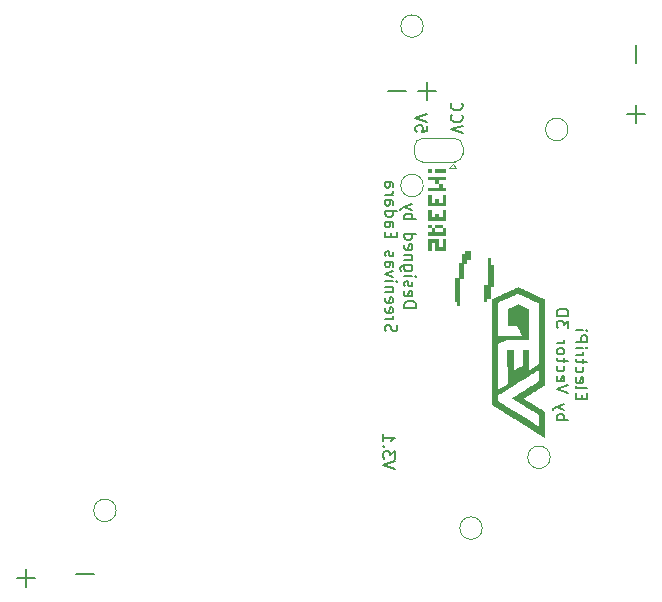
<source format=gbr>
%TF.GenerationSoftware,KiCad,Pcbnew,8.0.6*%
%TF.CreationDate,2024-12-15T12:06:58-06:00*%
%TF.ProjectId,ElectriPi,456c6563-7472-4695-9069-2e6b69636164,rev?*%
%TF.SameCoordinates,PX514cfd0PY31d4590*%
%TF.FileFunction,Legend,Bot*%
%TF.FilePolarity,Positive*%
%FSLAX46Y46*%
G04 Gerber Fmt 4.6, Leading zero omitted, Abs format (unit mm)*
G04 Created by KiCad (PCBNEW 8.0.6) date 2024-12-15 12:06:58*
%MOMM*%
%LPD*%
G01*
G04 APERTURE LIST*
%ADD10C,0.150000*%
%ADD11C,0.120000*%
%ADD12C,0.000000*%
G04 APERTURE END LIST*
D10*
X59123962Y-40804761D02*
X59123962Y-40471428D01*
X58600152Y-40328571D02*
X58600152Y-40804761D01*
X58600152Y-40804761D02*
X59600152Y-40804761D01*
X59600152Y-40804761D02*
X59600152Y-40328571D01*
X58600152Y-39757142D02*
X58647772Y-39852380D01*
X58647772Y-39852380D02*
X58743010Y-39899999D01*
X58743010Y-39899999D02*
X59600152Y-39899999D01*
X58647772Y-38995237D02*
X58600152Y-39090475D01*
X58600152Y-39090475D02*
X58600152Y-39280951D01*
X58600152Y-39280951D02*
X58647772Y-39376189D01*
X58647772Y-39376189D02*
X58743010Y-39423808D01*
X58743010Y-39423808D02*
X59123962Y-39423808D01*
X59123962Y-39423808D02*
X59219200Y-39376189D01*
X59219200Y-39376189D02*
X59266819Y-39280951D01*
X59266819Y-39280951D02*
X59266819Y-39090475D01*
X59266819Y-39090475D02*
X59219200Y-38995237D01*
X59219200Y-38995237D02*
X59123962Y-38947618D01*
X59123962Y-38947618D02*
X59028724Y-38947618D01*
X59028724Y-38947618D02*
X58933486Y-39423808D01*
X58647772Y-38090475D02*
X58600152Y-38185713D01*
X58600152Y-38185713D02*
X58600152Y-38376189D01*
X58600152Y-38376189D02*
X58647772Y-38471427D01*
X58647772Y-38471427D02*
X58695391Y-38519046D01*
X58695391Y-38519046D02*
X58790629Y-38566665D01*
X58790629Y-38566665D02*
X59076343Y-38566665D01*
X59076343Y-38566665D02*
X59171581Y-38519046D01*
X59171581Y-38519046D02*
X59219200Y-38471427D01*
X59219200Y-38471427D02*
X59266819Y-38376189D01*
X59266819Y-38376189D02*
X59266819Y-38185713D01*
X59266819Y-38185713D02*
X59219200Y-38090475D01*
X59266819Y-37804760D02*
X59266819Y-37423808D01*
X59600152Y-37661903D02*
X58743010Y-37661903D01*
X58743010Y-37661903D02*
X58647772Y-37614284D01*
X58647772Y-37614284D02*
X58600152Y-37519046D01*
X58600152Y-37519046D02*
X58600152Y-37423808D01*
X58600152Y-37090474D02*
X59266819Y-37090474D01*
X59076343Y-37090474D02*
X59171581Y-37042855D01*
X59171581Y-37042855D02*
X59219200Y-36995236D01*
X59219200Y-36995236D02*
X59266819Y-36899998D01*
X59266819Y-36899998D02*
X59266819Y-36804760D01*
X58600152Y-36471426D02*
X59266819Y-36471426D01*
X59600152Y-36471426D02*
X59552533Y-36519045D01*
X59552533Y-36519045D02*
X59504914Y-36471426D01*
X59504914Y-36471426D02*
X59552533Y-36423807D01*
X59552533Y-36423807D02*
X59600152Y-36471426D01*
X59600152Y-36471426D02*
X59504914Y-36471426D01*
X58600152Y-35995236D02*
X59600152Y-35995236D01*
X59600152Y-35995236D02*
X59600152Y-35614284D01*
X59600152Y-35614284D02*
X59552533Y-35519046D01*
X59552533Y-35519046D02*
X59504914Y-35471427D01*
X59504914Y-35471427D02*
X59409676Y-35423808D01*
X59409676Y-35423808D02*
X59266819Y-35423808D01*
X59266819Y-35423808D02*
X59171581Y-35471427D01*
X59171581Y-35471427D02*
X59123962Y-35519046D01*
X59123962Y-35519046D02*
X59076343Y-35614284D01*
X59076343Y-35614284D02*
X59076343Y-35995236D01*
X58600152Y-34995236D02*
X59266819Y-34995236D01*
X59600152Y-34995236D02*
X59552533Y-35042855D01*
X59552533Y-35042855D02*
X59504914Y-34995236D01*
X59504914Y-34995236D02*
X59552533Y-34947617D01*
X59552533Y-34947617D02*
X59600152Y-34995236D01*
X59600152Y-34995236D02*
X59504914Y-34995236D01*
X56990208Y-42566667D02*
X57990208Y-42566667D01*
X57609256Y-42566667D02*
X57656875Y-42471429D01*
X57656875Y-42471429D02*
X57656875Y-42280953D01*
X57656875Y-42280953D02*
X57609256Y-42185715D01*
X57609256Y-42185715D02*
X57561637Y-42138096D01*
X57561637Y-42138096D02*
X57466399Y-42090477D01*
X57466399Y-42090477D02*
X57180685Y-42090477D01*
X57180685Y-42090477D02*
X57085447Y-42138096D01*
X57085447Y-42138096D02*
X57037828Y-42185715D01*
X57037828Y-42185715D02*
X56990208Y-42280953D01*
X56990208Y-42280953D02*
X56990208Y-42471429D01*
X56990208Y-42471429D02*
X57037828Y-42566667D01*
X57656875Y-41757143D02*
X56990208Y-41519048D01*
X57656875Y-41280953D02*
X56990208Y-41519048D01*
X56990208Y-41519048D02*
X56752113Y-41614286D01*
X56752113Y-41614286D02*
X56704494Y-41661905D01*
X56704494Y-41661905D02*
X56656875Y-41757143D01*
X57990208Y-40280952D02*
X56990208Y-39947619D01*
X56990208Y-39947619D02*
X57990208Y-39614286D01*
X57037828Y-38900000D02*
X56990208Y-38995238D01*
X56990208Y-38995238D02*
X56990208Y-39185714D01*
X56990208Y-39185714D02*
X57037828Y-39280952D01*
X57037828Y-39280952D02*
X57133066Y-39328571D01*
X57133066Y-39328571D02*
X57514018Y-39328571D01*
X57514018Y-39328571D02*
X57609256Y-39280952D01*
X57609256Y-39280952D02*
X57656875Y-39185714D01*
X57656875Y-39185714D02*
X57656875Y-38995238D01*
X57656875Y-38995238D02*
X57609256Y-38900000D01*
X57609256Y-38900000D02*
X57514018Y-38852381D01*
X57514018Y-38852381D02*
X57418780Y-38852381D01*
X57418780Y-38852381D02*
X57323542Y-39328571D01*
X57037828Y-37995238D02*
X56990208Y-38090476D01*
X56990208Y-38090476D02*
X56990208Y-38280952D01*
X56990208Y-38280952D02*
X57037828Y-38376190D01*
X57037828Y-38376190D02*
X57085447Y-38423809D01*
X57085447Y-38423809D02*
X57180685Y-38471428D01*
X57180685Y-38471428D02*
X57466399Y-38471428D01*
X57466399Y-38471428D02*
X57561637Y-38423809D01*
X57561637Y-38423809D02*
X57609256Y-38376190D01*
X57609256Y-38376190D02*
X57656875Y-38280952D01*
X57656875Y-38280952D02*
X57656875Y-38090476D01*
X57656875Y-38090476D02*
X57609256Y-37995238D01*
X57656875Y-37709523D02*
X57656875Y-37328571D01*
X57990208Y-37566666D02*
X57133066Y-37566666D01*
X57133066Y-37566666D02*
X57037828Y-37519047D01*
X57037828Y-37519047D02*
X56990208Y-37423809D01*
X56990208Y-37423809D02*
X56990208Y-37328571D01*
X56990208Y-36852380D02*
X57037828Y-36947618D01*
X57037828Y-36947618D02*
X57085447Y-36995237D01*
X57085447Y-36995237D02*
X57180685Y-37042856D01*
X57180685Y-37042856D02*
X57466399Y-37042856D01*
X57466399Y-37042856D02*
X57561637Y-36995237D01*
X57561637Y-36995237D02*
X57609256Y-36947618D01*
X57609256Y-36947618D02*
X57656875Y-36852380D01*
X57656875Y-36852380D02*
X57656875Y-36709523D01*
X57656875Y-36709523D02*
X57609256Y-36614285D01*
X57609256Y-36614285D02*
X57561637Y-36566666D01*
X57561637Y-36566666D02*
X57466399Y-36519047D01*
X57466399Y-36519047D02*
X57180685Y-36519047D01*
X57180685Y-36519047D02*
X57085447Y-36566666D01*
X57085447Y-36566666D02*
X57037828Y-36614285D01*
X57037828Y-36614285D02*
X56990208Y-36709523D01*
X56990208Y-36709523D02*
X56990208Y-36852380D01*
X56990208Y-36090475D02*
X57656875Y-36090475D01*
X57466399Y-36090475D02*
X57561637Y-36042856D01*
X57561637Y-36042856D02*
X57609256Y-35995237D01*
X57609256Y-35995237D02*
X57656875Y-35899999D01*
X57656875Y-35899999D02*
X57656875Y-35804761D01*
X57990208Y-34804760D02*
X57990208Y-34185713D01*
X57990208Y-34185713D02*
X57609256Y-34519046D01*
X57609256Y-34519046D02*
X57609256Y-34376189D01*
X57609256Y-34376189D02*
X57561637Y-34280951D01*
X57561637Y-34280951D02*
X57514018Y-34233332D01*
X57514018Y-34233332D02*
X57418780Y-34185713D01*
X57418780Y-34185713D02*
X57180685Y-34185713D01*
X57180685Y-34185713D02*
X57085447Y-34233332D01*
X57085447Y-34233332D02*
X57037828Y-34280951D01*
X57037828Y-34280951D02*
X56990208Y-34376189D01*
X56990208Y-34376189D02*
X56990208Y-34661903D01*
X56990208Y-34661903D02*
X57037828Y-34757141D01*
X57037828Y-34757141D02*
X57085447Y-34804760D01*
X56990208Y-33757141D02*
X57990208Y-33757141D01*
X57990208Y-33757141D02*
X57990208Y-33519046D01*
X57990208Y-33519046D02*
X57942589Y-33376189D01*
X57942589Y-33376189D02*
X57847351Y-33280951D01*
X57847351Y-33280951D02*
X57752113Y-33233332D01*
X57752113Y-33233332D02*
X57561637Y-33185713D01*
X57561637Y-33185713D02*
X57418780Y-33185713D01*
X57418780Y-33185713D02*
X57228304Y-33233332D01*
X57228304Y-33233332D02*
X57133066Y-33280951D01*
X57133066Y-33280951D02*
X57037828Y-33376189D01*
X57037828Y-33376189D02*
X56990208Y-33519046D01*
X56990208Y-33519046D02*
X56990208Y-33757141D01*
X63755533Y-10888095D02*
X63755533Y-12411905D01*
X43295180Y-46773808D02*
X42295180Y-46440475D01*
X42295180Y-46440475D02*
X43295180Y-46107142D01*
X43295180Y-45869046D02*
X43295180Y-45249999D01*
X43295180Y-45249999D02*
X42914228Y-45583332D01*
X42914228Y-45583332D02*
X42914228Y-45440475D01*
X42914228Y-45440475D02*
X42866609Y-45345237D01*
X42866609Y-45345237D02*
X42818990Y-45297618D01*
X42818990Y-45297618D02*
X42723752Y-45249999D01*
X42723752Y-45249999D02*
X42485657Y-45249999D01*
X42485657Y-45249999D02*
X42390419Y-45297618D01*
X42390419Y-45297618D02*
X42342800Y-45345237D01*
X42342800Y-45345237D02*
X42295180Y-45440475D01*
X42295180Y-45440475D02*
X42295180Y-45726189D01*
X42295180Y-45726189D02*
X42342800Y-45821427D01*
X42342800Y-45821427D02*
X42390419Y-45869046D01*
X42390419Y-44821427D02*
X42342800Y-44773808D01*
X42342800Y-44773808D02*
X42295180Y-44821427D01*
X42295180Y-44821427D02*
X42342800Y-44869046D01*
X42342800Y-44869046D02*
X42390419Y-44821427D01*
X42390419Y-44821427D02*
X42295180Y-44821427D01*
X42295180Y-43821428D02*
X42295180Y-44392856D01*
X42295180Y-44107142D02*
X43295180Y-44107142D01*
X43295180Y-44107142D02*
X43152323Y-44202380D01*
X43152323Y-44202380D02*
X43057085Y-44297618D01*
X43057085Y-44297618D02*
X43009466Y-44392856D01*
X46761904Y-14755533D02*
X45238095Y-14755533D01*
X45999999Y-15517438D02*
X45999999Y-13993628D01*
X46045180Y-17690476D02*
X46045180Y-18166666D01*
X46045180Y-18166666D02*
X45568990Y-18214285D01*
X45568990Y-18214285D02*
X45616609Y-18166666D01*
X45616609Y-18166666D02*
X45664228Y-18071428D01*
X45664228Y-18071428D02*
X45664228Y-17833333D01*
X45664228Y-17833333D02*
X45616609Y-17738095D01*
X45616609Y-17738095D02*
X45568990Y-17690476D01*
X45568990Y-17690476D02*
X45473752Y-17642857D01*
X45473752Y-17642857D02*
X45235657Y-17642857D01*
X45235657Y-17642857D02*
X45140419Y-17690476D01*
X45140419Y-17690476D02*
X45092800Y-17738095D01*
X45092800Y-17738095D02*
X45045180Y-17833333D01*
X45045180Y-17833333D02*
X45045180Y-18071428D01*
X45045180Y-18071428D02*
X45092800Y-18166666D01*
X45092800Y-18166666D02*
X45140419Y-18214285D01*
X46045180Y-17357142D02*
X45045180Y-17023809D01*
X45045180Y-17023809D02*
X46045180Y-16690476D01*
X12801904Y-55955533D02*
X11278095Y-55955533D01*
X12039999Y-56717438D02*
X12039999Y-55193628D01*
X17801904Y-55655533D02*
X16278095Y-55655533D01*
X63755533Y-15888095D02*
X63755533Y-17411905D01*
X64517438Y-16650000D02*
X62993628Y-16650000D01*
X49045180Y-18333332D02*
X48045180Y-17999999D01*
X48045180Y-17999999D02*
X49045180Y-17666666D01*
X48140419Y-16761904D02*
X48092800Y-16809523D01*
X48092800Y-16809523D02*
X48045180Y-16952380D01*
X48045180Y-16952380D02*
X48045180Y-17047618D01*
X48045180Y-17047618D02*
X48092800Y-17190475D01*
X48092800Y-17190475D02*
X48188038Y-17285713D01*
X48188038Y-17285713D02*
X48283276Y-17333332D01*
X48283276Y-17333332D02*
X48473752Y-17380951D01*
X48473752Y-17380951D02*
X48616609Y-17380951D01*
X48616609Y-17380951D02*
X48807085Y-17333332D01*
X48807085Y-17333332D02*
X48902323Y-17285713D01*
X48902323Y-17285713D02*
X48997561Y-17190475D01*
X48997561Y-17190475D02*
X49045180Y-17047618D01*
X49045180Y-17047618D02*
X49045180Y-16952380D01*
X49045180Y-16952380D02*
X48997561Y-16809523D01*
X48997561Y-16809523D02*
X48949942Y-16761904D01*
X48140419Y-15761904D02*
X48092800Y-15809523D01*
X48092800Y-15809523D02*
X48045180Y-15952380D01*
X48045180Y-15952380D02*
X48045180Y-16047618D01*
X48045180Y-16047618D02*
X48092800Y-16190475D01*
X48092800Y-16190475D02*
X48188038Y-16285713D01*
X48188038Y-16285713D02*
X48283276Y-16333332D01*
X48283276Y-16333332D02*
X48473752Y-16380951D01*
X48473752Y-16380951D02*
X48616609Y-16380951D01*
X48616609Y-16380951D02*
X48807085Y-16333332D01*
X48807085Y-16333332D02*
X48902323Y-16285713D01*
X48902323Y-16285713D02*
X48997561Y-16190475D01*
X48997561Y-16190475D02*
X49045180Y-16047618D01*
X49045180Y-16047618D02*
X49045180Y-15952380D01*
X49045180Y-15952380D02*
X48997561Y-15809523D01*
X48997561Y-15809523D02*
X48949942Y-15761904D01*
X44261904Y-14755533D02*
X42738095Y-14755533D01*
X44100152Y-33083333D02*
X45100152Y-33083333D01*
X45100152Y-33083333D02*
X45100152Y-32845238D01*
X45100152Y-32845238D02*
X45052533Y-32702381D01*
X45052533Y-32702381D02*
X44957295Y-32607143D01*
X44957295Y-32607143D02*
X44862057Y-32559524D01*
X44862057Y-32559524D02*
X44671581Y-32511905D01*
X44671581Y-32511905D02*
X44528724Y-32511905D01*
X44528724Y-32511905D02*
X44338248Y-32559524D01*
X44338248Y-32559524D02*
X44243010Y-32607143D01*
X44243010Y-32607143D02*
X44147772Y-32702381D01*
X44147772Y-32702381D02*
X44100152Y-32845238D01*
X44100152Y-32845238D02*
X44100152Y-33083333D01*
X44147772Y-31702381D02*
X44100152Y-31797619D01*
X44100152Y-31797619D02*
X44100152Y-31988095D01*
X44100152Y-31988095D02*
X44147772Y-32083333D01*
X44147772Y-32083333D02*
X44243010Y-32130952D01*
X44243010Y-32130952D02*
X44623962Y-32130952D01*
X44623962Y-32130952D02*
X44719200Y-32083333D01*
X44719200Y-32083333D02*
X44766819Y-31988095D01*
X44766819Y-31988095D02*
X44766819Y-31797619D01*
X44766819Y-31797619D02*
X44719200Y-31702381D01*
X44719200Y-31702381D02*
X44623962Y-31654762D01*
X44623962Y-31654762D02*
X44528724Y-31654762D01*
X44528724Y-31654762D02*
X44433486Y-32130952D01*
X44147772Y-31273809D02*
X44100152Y-31178571D01*
X44100152Y-31178571D02*
X44100152Y-30988095D01*
X44100152Y-30988095D02*
X44147772Y-30892857D01*
X44147772Y-30892857D02*
X44243010Y-30845238D01*
X44243010Y-30845238D02*
X44290629Y-30845238D01*
X44290629Y-30845238D02*
X44385867Y-30892857D01*
X44385867Y-30892857D02*
X44433486Y-30988095D01*
X44433486Y-30988095D02*
X44433486Y-31130952D01*
X44433486Y-31130952D02*
X44481105Y-31226190D01*
X44481105Y-31226190D02*
X44576343Y-31273809D01*
X44576343Y-31273809D02*
X44623962Y-31273809D01*
X44623962Y-31273809D02*
X44719200Y-31226190D01*
X44719200Y-31226190D02*
X44766819Y-31130952D01*
X44766819Y-31130952D02*
X44766819Y-30988095D01*
X44766819Y-30988095D02*
X44719200Y-30892857D01*
X44100152Y-30416666D02*
X44766819Y-30416666D01*
X45100152Y-30416666D02*
X45052533Y-30464285D01*
X45052533Y-30464285D02*
X45004914Y-30416666D01*
X45004914Y-30416666D02*
X45052533Y-30369047D01*
X45052533Y-30369047D02*
X45100152Y-30416666D01*
X45100152Y-30416666D02*
X45004914Y-30416666D01*
X44766819Y-29511905D02*
X43957295Y-29511905D01*
X43957295Y-29511905D02*
X43862057Y-29559524D01*
X43862057Y-29559524D02*
X43814438Y-29607143D01*
X43814438Y-29607143D02*
X43766819Y-29702381D01*
X43766819Y-29702381D02*
X43766819Y-29845238D01*
X43766819Y-29845238D02*
X43814438Y-29940476D01*
X44147772Y-29511905D02*
X44100152Y-29607143D01*
X44100152Y-29607143D02*
X44100152Y-29797619D01*
X44100152Y-29797619D02*
X44147772Y-29892857D01*
X44147772Y-29892857D02*
X44195391Y-29940476D01*
X44195391Y-29940476D02*
X44290629Y-29988095D01*
X44290629Y-29988095D02*
X44576343Y-29988095D01*
X44576343Y-29988095D02*
X44671581Y-29940476D01*
X44671581Y-29940476D02*
X44719200Y-29892857D01*
X44719200Y-29892857D02*
X44766819Y-29797619D01*
X44766819Y-29797619D02*
X44766819Y-29607143D01*
X44766819Y-29607143D02*
X44719200Y-29511905D01*
X44766819Y-29035714D02*
X44100152Y-29035714D01*
X44671581Y-29035714D02*
X44719200Y-28988095D01*
X44719200Y-28988095D02*
X44766819Y-28892857D01*
X44766819Y-28892857D02*
X44766819Y-28750000D01*
X44766819Y-28750000D02*
X44719200Y-28654762D01*
X44719200Y-28654762D02*
X44623962Y-28607143D01*
X44623962Y-28607143D02*
X44100152Y-28607143D01*
X44147772Y-27750000D02*
X44100152Y-27845238D01*
X44100152Y-27845238D02*
X44100152Y-28035714D01*
X44100152Y-28035714D02*
X44147772Y-28130952D01*
X44147772Y-28130952D02*
X44243010Y-28178571D01*
X44243010Y-28178571D02*
X44623962Y-28178571D01*
X44623962Y-28178571D02*
X44719200Y-28130952D01*
X44719200Y-28130952D02*
X44766819Y-28035714D01*
X44766819Y-28035714D02*
X44766819Y-27845238D01*
X44766819Y-27845238D02*
X44719200Y-27750000D01*
X44719200Y-27750000D02*
X44623962Y-27702381D01*
X44623962Y-27702381D02*
X44528724Y-27702381D01*
X44528724Y-27702381D02*
X44433486Y-28178571D01*
X44100152Y-26845238D02*
X45100152Y-26845238D01*
X44147772Y-26845238D02*
X44100152Y-26940476D01*
X44100152Y-26940476D02*
X44100152Y-27130952D01*
X44100152Y-27130952D02*
X44147772Y-27226190D01*
X44147772Y-27226190D02*
X44195391Y-27273809D01*
X44195391Y-27273809D02*
X44290629Y-27321428D01*
X44290629Y-27321428D02*
X44576343Y-27321428D01*
X44576343Y-27321428D02*
X44671581Y-27273809D01*
X44671581Y-27273809D02*
X44719200Y-27226190D01*
X44719200Y-27226190D02*
X44766819Y-27130952D01*
X44766819Y-27130952D02*
X44766819Y-26940476D01*
X44766819Y-26940476D02*
X44719200Y-26845238D01*
X44100152Y-25607142D02*
X45100152Y-25607142D01*
X44719200Y-25607142D02*
X44766819Y-25511904D01*
X44766819Y-25511904D02*
X44766819Y-25321428D01*
X44766819Y-25321428D02*
X44719200Y-25226190D01*
X44719200Y-25226190D02*
X44671581Y-25178571D01*
X44671581Y-25178571D02*
X44576343Y-25130952D01*
X44576343Y-25130952D02*
X44290629Y-25130952D01*
X44290629Y-25130952D02*
X44195391Y-25178571D01*
X44195391Y-25178571D02*
X44147772Y-25226190D01*
X44147772Y-25226190D02*
X44100152Y-25321428D01*
X44100152Y-25321428D02*
X44100152Y-25511904D01*
X44100152Y-25511904D02*
X44147772Y-25607142D01*
X44766819Y-24797618D02*
X44100152Y-24559523D01*
X44766819Y-24321428D02*
X44100152Y-24559523D01*
X44100152Y-24559523D02*
X43862057Y-24654761D01*
X43862057Y-24654761D02*
X43814438Y-24702380D01*
X43814438Y-24702380D02*
X43766819Y-24797618D01*
X42537828Y-35083333D02*
X42490208Y-34940476D01*
X42490208Y-34940476D02*
X42490208Y-34702381D01*
X42490208Y-34702381D02*
X42537828Y-34607143D01*
X42537828Y-34607143D02*
X42585447Y-34559524D01*
X42585447Y-34559524D02*
X42680685Y-34511905D01*
X42680685Y-34511905D02*
X42775923Y-34511905D01*
X42775923Y-34511905D02*
X42871161Y-34559524D01*
X42871161Y-34559524D02*
X42918780Y-34607143D01*
X42918780Y-34607143D02*
X42966399Y-34702381D01*
X42966399Y-34702381D02*
X43014018Y-34892857D01*
X43014018Y-34892857D02*
X43061637Y-34988095D01*
X43061637Y-34988095D02*
X43109256Y-35035714D01*
X43109256Y-35035714D02*
X43204494Y-35083333D01*
X43204494Y-35083333D02*
X43299732Y-35083333D01*
X43299732Y-35083333D02*
X43394970Y-35035714D01*
X43394970Y-35035714D02*
X43442589Y-34988095D01*
X43442589Y-34988095D02*
X43490208Y-34892857D01*
X43490208Y-34892857D02*
X43490208Y-34654762D01*
X43490208Y-34654762D02*
X43442589Y-34511905D01*
X42490208Y-34083333D02*
X43156875Y-34083333D01*
X42966399Y-34083333D02*
X43061637Y-34035714D01*
X43061637Y-34035714D02*
X43109256Y-33988095D01*
X43109256Y-33988095D02*
X43156875Y-33892857D01*
X43156875Y-33892857D02*
X43156875Y-33797619D01*
X42537828Y-33083333D02*
X42490208Y-33178571D01*
X42490208Y-33178571D02*
X42490208Y-33369047D01*
X42490208Y-33369047D02*
X42537828Y-33464285D01*
X42537828Y-33464285D02*
X42633066Y-33511904D01*
X42633066Y-33511904D02*
X43014018Y-33511904D01*
X43014018Y-33511904D02*
X43109256Y-33464285D01*
X43109256Y-33464285D02*
X43156875Y-33369047D01*
X43156875Y-33369047D02*
X43156875Y-33178571D01*
X43156875Y-33178571D02*
X43109256Y-33083333D01*
X43109256Y-33083333D02*
X43014018Y-33035714D01*
X43014018Y-33035714D02*
X42918780Y-33035714D01*
X42918780Y-33035714D02*
X42823542Y-33511904D01*
X42537828Y-32226190D02*
X42490208Y-32321428D01*
X42490208Y-32321428D02*
X42490208Y-32511904D01*
X42490208Y-32511904D02*
X42537828Y-32607142D01*
X42537828Y-32607142D02*
X42633066Y-32654761D01*
X42633066Y-32654761D02*
X43014018Y-32654761D01*
X43014018Y-32654761D02*
X43109256Y-32607142D01*
X43109256Y-32607142D02*
X43156875Y-32511904D01*
X43156875Y-32511904D02*
X43156875Y-32321428D01*
X43156875Y-32321428D02*
X43109256Y-32226190D01*
X43109256Y-32226190D02*
X43014018Y-32178571D01*
X43014018Y-32178571D02*
X42918780Y-32178571D01*
X42918780Y-32178571D02*
X42823542Y-32654761D01*
X43156875Y-31749999D02*
X42490208Y-31749999D01*
X43061637Y-31749999D02*
X43109256Y-31702380D01*
X43109256Y-31702380D02*
X43156875Y-31607142D01*
X43156875Y-31607142D02*
X43156875Y-31464285D01*
X43156875Y-31464285D02*
X43109256Y-31369047D01*
X43109256Y-31369047D02*
X43014018Y-31321428D01*
X43014018Y-31321428D02*
X42490208Y-31321428D01*
X42490208Y-30845237D02*
X43156875Y-30845237D01*
X43490208Y-30845237D02*
X43442589Y-30892856D01*
X43442589Y-30892856D02*
X43394970Y-30845237D01*
X43394970Y-30845237D02*
X43442589Y-30797618D01*
X43442589Y-30797618D02*
X43490208Y-30845237D01*
X43490208Y-30845237D02*
X43394970Y-30845237D01*
X43156875Y-30464285D02*
X42490208Y-30226190D01*
X42490208Y-30226190D02*
X43156875Y-29988095D01*
X42490208Y-29178571D02*
X43014018Y-29178571D01*
X43014018Y-29178571D02*
X43109256Y-29226190D01*
X43109256Y-29226190D02*
X43156875Y-29321428D01*
X43156875Y-29321428D02*
X43156875Y-29511904D01*
X43156875Y-29511904D02*
X43109256Y-29607142D01*
X42537828Y-29178571D02*
X42490208Y-29273809D01*
X42490208Y-29273809D02*
X42490208Y-29511904D01*
X42490208Y-29511904D02*
X42537828Y-29607142D01*
X42537828Y-29607142D02*
X42633066Y-29654761D01*
X42633066Y-29654761D02*
X42728304Y-29654761D01*
X42728304Y-29654761D02*
X42823542Y-29607142D01*
X42823542Y-29607142D02*
X42871161Y-29511904D01*
X42871161Y-29511904D02*
X42871161Y-29273809D01*
X42871161Y-29273809D02*
X42918780Y-29178571D01*
X42537828Y-28749999D02*
X42490208Y-28654761D01*
X42490208Y-28654761D02*
X42490208Y-28464285D01*
X42490208Y-28464285D02*
X42537828Y-28369047D01*
X42537828Y-28369047D02*
X42633066Y-28321428D01*
X42633066Y-28321428D02*
X42680685Y-28321428D01*
X42680685Y-28321428D02*
X42775923Y-28369047D01*
X42775923Y-28369047D02*
X42823542Y-28464285D01*
X42823542Y-28464285D02*
X42823542Y-28607142D01*
X42823542Y-28607142D02*
X42871161Y-28702380D01*
X42871161Y-28702380D02*
X42966399Y-28749999D01*
X42966399Y-28749999D02*
X43014018Y-28749999D01*
X43014018Y-28749999D02*
X43109256Y-28702380D01*
X43109256Y-28702380D02*
X43156875Y-28607142D01*
X43156875Y-28607142D02*
X43156875Y-28464285D01*
X43156875Y-28464285D02*
X43109256Y-28369047D01*
X43014018Y-27130951D02*
X43014018Y-26797618D01*
X42490208Y-26654761D02*
X42490208Y-27130951D01*
X42490208Y-27130951D02*
X43490208Y-27130951D01*
X43490208Y-27130951D02*
X43490208Y-26654761D01*
X42490208Y-25797618D02*
X43014018Y-25797618D01*
X43014018Y-25797618D02*
X43109256Y-25845237D01*
X43109256Y-25845237D02*
X43156875Y-25940475D01*
X43156875Y-25940475D02*
X43156875Y-26130951D01*
X43156875Y-26130951D02*
X43109256Y-26226189D01*
X42537828Y-25797618D02*
X42490208Y-25892856D01*
X42490208Y-25892856D02*
X42490208Y-26130951D01*
X42490208Y-26130951D02*
X42537828Y-26226189D01*
X42537828Y-26226189D02*
X42633066Y-26273808D01*
X42633066Y-26273808D02*
X42728304Y-26273808D01*
X42728304Y-26273808D02*
X42823542Y-26226189D01*
X42823542Y-26226189D02*
X42871161Y-26130951D01*
X42871161Y-26130951D02*
X42871161Y-25892856D01*
X42871161Y-25892856D02*
X42918780Y-25797618D01*
X42490208Y-24892856D02*
X43490208Y-24892856D01*
X42537828Y-24892856D02*
X42490208Y-24988094D01*
X42490208Y-24988094D02*
X42490208Y-25178570D01*
X42490208Y-25178570D02*
X42537828Y-25273808D01*
X42537828Y-25273808D02*
X42585447Y-25321427D01*
X42585447Y-25321427D02*
X42680685Y-25369046D01*
X42680685Y-25369046D02*
X42966399Y-25369046D01*
X42966399Y-25369046D02*
X43061637Y-25321427D01*
X43061637Y-25321427D02*
X43109256Y-25273808D01*
X43109256Y-25273808D02*
X43156875Y-25178570D01*
X43156875Y-25178570D02*
X43156875Y-24988094D01*
X43156875Y-24988094D02*
X43109256Y-24892856D01*
X42490208Y-23988094D02*
X43014018Y-23988094D01*
X43014018Y-23988094D02*
X43109256Y-24035713D01*
X43109256Y-24035713D02*
X43156875Y-24130951D01*
X43156875Y-24130951D02*
X43156875Y-24321427D01*
X43156875Y-24321427D02*
X43109256Y-24416665D01*
X42537828Y-23988094D02*
X42490208Y-24083332D01*
X42490208Y-24083332D02*
X42490208Y-24321427D01*
X42490208Y-24321427D02*
X42537828Y-24416665D01*
X42537828Y-24416665D02*
X42633066Y-24464284D01*
X42633066Y-24464284D02*
X42728304Y-24464284D01*
X42728304Y-24464284D02*
X42823542Y-24416665D01*
X42823542Y-24416665D02*
X42871161Y-24321427D01*
X42871161Y-24321427D02*
X42871161Y-24083332D01*
X42871161Y-24083332D02*
X42918780Y-23988094D01*
X42490208Y-23511903D02*
X43156875Y-23511903D01*
X42966399Y-23511903D02*
X43061637Y-23464284D01*
X43061637Y-23464284D02*
X43109256Y-23416665D01*
X43109256Y-23416665D02*
X43156875Y-23321427D01*
X43156875Y-23321427D02*
X43156875Y-23226189D01*
X42490208Y-22464284D02*
X43014018Y-22464284D01*
X43014018Y-22464284D02*
X43109256Y-22511903D01*
X43109256Y-22511903D02*
X43156875Y-22607141D01*
X43156875Y-22607141D02*
X43156875Y-22797617D01*
X43156875Y-22797617D02*
X43109256Y-22892855D01*
X42537828Y-22464284D02*
X42490208Y-22559522D01*
X42490208Y-22559522D02*
X42490208Y-22797617D01*
X42490208Y-22797617D02*
X42537828Y-22892855D01*
X42537828Y-22892855D02*
X42633066Y-22940474D01*
X42633066Y-22940474D02*
X42728304Y-22940474D01*
X42728304Y-22940474D02*
X42823542Y-22892855D01*
X42823542Y-22892855D02*
X42871161Y-22797617D01*
X42871161Y-22797617D02*
X42871161Y-22559522D01*
X42871161Y-22559522D02*
X42918780Y-22464284D01*
D11*
%TO.C,TP5*%
X45700000Y-9250000D02*
G75*
G02*
X43800000Y-9250000I-950000J0D01*
G01*
X43800000Y-9250000D02*
G75*
G02*
X45700000Y-9250000I950000J0D01*
G01*
%TO.C,JP1*%
X44950000Y-19450000D02*
X44950000Y-20050000D01*
X45600000Y-20750000D02*
X48400000Y-20750000D01*
X48200000Y-20950000D02*
X47900000Y-21250000D01*
X48200000Y-20950000D02*
X48500000Y-21250000D01*
X48400000Y-18750000D02*
X45600000Y-18750000D01*
X48500000Y-21250000D02*
X47900000Y-21250000D01*
X49050000Y-20050000D02*
X49050000Y-19450000D01*
X44950000Y-19450000D02*
G75*
G02*
X45650000Y-18750000I700000J0D01*
G01*
X45650000Y-20750000D02*
G75*
G02*
X44950000Y-20050000I0J700000D01*
G01*
X48350000Y-18750000D02*
G75*
G02*
X49050000Y-19450000I1J-699999D01*
G01*
X49050000Y-20050000D02*
G75*
G02*
X48350000Y-20750000I-699999J-1D01*
G01*
%TO.C,TP4*%
X56450000Y-45750000D02*
G75*
G02*
X54550000Y-45750000I-950000J0D01*
G01*
X54550000Y-45750000D02*
G75*
G02*
X56450000Y-45750000I950000J0D01*
G01*
%TO.C,TP1*%
X57950000Y-18000000D02*
G75*
G02*
X56050000Y-18000000I-950000J0D01*
G01*
X56050000Y-18000000D02*
G75*
G02*
X57950000Y-18000000I950000J0D01*
G01*
D12*
%TO.C,G\u002A\u002A\u002A*%
G36*
X46405673Y-21687500D02*
G01*
X46093096Y-21687500D01*
X46093096Y-21375000D01*
X46405673Y-21375000D01*
X46405673Y-21687500D01*
G37*
G36*
X46405673Y-26375000D02*
G01*
X46093096Y-26375000D01*
X46093096Y-26062500D01*
X46405673Y-26062500D01*
X46405673Y-26375000D01*
G37*
G36*
X47655981Y-21687500D02*
G01*
X46718250Y-21687500D01*
X46718250Y-21375000D01*
X47655981Y-21375000D01*
X47655981Y-21687500D01*
G37*
G36*
X47655981Y-22312500D02*
G01*
X47030827Y-22312500D01*
X47030827Y-22625000D01*
X46718250Y-22625000D01*
X46718250Y-22312500D01*
X46093096Y-22312500D01*
X46093096Y-22000000D01*
X47655981Y-22000000D01*
X47655981Y-22312500D01*
G37*
G36*
X47343404Y-22937500D02*
G01*
X47655981Y-22937500D01*
X47655981Y-23250000D01*
X46093096Y-23250000D01*
X46093096Y-22937500D01*
X47030827Y-22937500D01*
X47030827Y-22625000D01*
X47343404Y-22625000D01*
X47343404Y-22937500D01*
G37*
G36*
X46405673Y-24187500D02*
G01*
X46718250Y-24187500D01*
X46718250Y-23875000D01*
X47030827Y-23875000D01*
X47030827Y-24187500D01*
X47343404Y-24187500D01*
X47343404Y-23562500D01*
X47655981Y-23562500D01*
X47655981Y-24500000D01*
X46093096Y-24500000D01*
X46093096Y-23562500D01*
X46405673Y-23562500D01*
X46405673Y-24187500D01*
G37*
G36*
X46405673Y-25437500D02*
G01*
X46718250Y-25437500D01*
X46718250Y-25125000D01*
X47030827Y-25125000D01*
X47030827Y-25437500D01*
X47343404Y-25437500D01*
X47343404Y-24812500D01*
X47655981Y-24812500D01*
X47655981Y-25750000D01*
X46093096Y-25750000D01*
X46093096Y-24812500D01*
X46405673Y-24812500D01*
X46405673Y-25437500D01*
G37*
G36*
X47030827Y-27937500D02*
G01*
X47343404Y-27937500D01*
X47343404Y-27312500D01*
X47655981Y-27312500D01*
X47655981Y-28250000D01*
X46718250Y-28250000D01*
X46718250Y-27625000D01*
X46405673Y-27625000D01*
X46405673Y-28250000D01*
X46093096Y-28250000D01*
X46093096Y-27312500D01*
X47030827Y-27312500D01*
X47030827Y-27937500D01*
G37*
G36*
X51406904Y-29500000D02*
G01*
X51719481Y-29500000D01*
X51719481Y-31375000D01*
X51406904Y-31375000D01*
X51406904Y-32312500D01*
X51094327Y-32312500D01*
X51094327Y-32625000D01*
X50881750Y-32625000D01*
X50881750Y-31162500D01*
X51194327Y-31162500D01*
X51194327Y-28875000D01*
X51406904Y-28875000D01*
X51406904Y-29500000D01*
G37*
G36*
X47343404Y-26375000D02*
G01*
X46718250Y-26375000D01*
X46718250Y-26687500D01*
X47343404Y-26687500D01*
X47343404Y-26375000D01*
X47655981Y-26375000D01*
X47655981Y-27000000D01*
X46718250Y-27000000D01*
X46093096Y-27000000D01*
X46093096Y-26687500D01*
X46405673Y-26687500D01*
X46405673Y-26375000D01*
X46718250Y-26375000D01*
X46718250Y-26062500D01*
X47343404Y-26062500D01*
X47343404Y-26375000D01*
G37*
G36*
X49744020Y-29087500D02*
G01*
X49431443Y-29087500D01*
X49431443Y-29400000D01*
X49118866Y-29400000D01*
X49118866Y-30650000D01*
X48806289Y-30650000D01*
X48806289Y-32937500D01*
X48593711Y-32937500D01*
X48593711Y-32625000D01*
X48381135Y-32625000D01*
X48381135Y-30537500D01*
X48693711Y-30537500D01*
X48693711Y-29287500D01*
X49006289Y-29287500D01*
X49006289Y-28562500D01*
X49218866Y-28562500D01*
X49218866Y-28250000D01*
X49744020Y-28250000D01*
X49744020Y-29087500D01*
G37*
G36*
X53746213Y-31346270D02*
G01*
X53774656Y-31357015D01*
X53818214Y-31375248D01*
X53872800Y-31399239D01*
X53934323Y-31427260D01*
X53955349Y-31436988D01*
X54019643Y-31466685D01*
X54099694Y-31503610D01*
X54191089Y-31545729D01*
X54289415Y-31591010D01*
X54390258Y-31637418D01*
X54489206Y-31682920D01*
X54544589Y-31708382D01*
X54637285Y-31751012D01*
X54725309Y-31791513D01*
X54805196Y-31828287D01*
X54873479Y-31859739D01*
X54926692Y-31884274D01*
X54961370Y-31900296D01*
X54975118Y-31906657D01*
X55017080Y-31926047D01*
X55076699Y-31953577D01*
X55151113Y-31987925D01*
X55237460Y-32027770D01*
X55332876Y-32071792D01*
X55434499Y-32118669D01*
X55539468Y-32167080D01*
X56020712Y-32389009D01*
X56020712Y-39645137D01*
X55932938Y-39699896D01*
X55903228Y-39718380D01*
X55853816Y-39749039D01*
X55791033Y-39787939D01*
X55718698Y-39832716D01*
X55640632Y-39881003D01*
X55560655Y-39930436D01*
X55559639Y-39931064D01*
X55472047Y-39985188D01*
X55369963Y-40048278D01*
X55259410Y-40116610D01*
X55146409Y-40186463D01*
X55036984Y-40254113D01*
X54937156Y-40315837D01*
X54902247Y-40337422D01*
X54813741Y-40392128D01*
X54727374Y-40445489D01*
X54646835Y-40495226D01*
X54575816Y-40539061D01*
X54518007Y-40574714D01*
X54477099Y-40599907D01*
X54473094Y-40602370D01*
X54389450Y-40653931D01*
X54324361Y-40694359D01*
X54275754Y-40724997D01*
X54241557Y-40747190D01*
X54219697Y-40762282D01*
X54208102Y-40771616D01*
X54204697Y-40776537D01*
X54214543Y-40784549D01*
X54242386Y-40803453D01*
X54285547Y-40831523D01*
X54341345Y-40867036D01*
X54407098Y-40908270D01*
X54480126Y-40953502D01*
X54534578Y-40987045D01*
X54633932Y-41048298D01*
X54742785Y-41115455D01*
X54854326Y-41184313D01*
X54961743Y-41250668D01*
X55058224Y-41310314D01*
X55139043Y-41360295D01*
X55245907Y-41426367D01*
X55361094Y-41497570D01*
X55478024Y-41569837D01*
X55590120Y-41639102D01*
X55690803Y-41701300D01*
X56020712Y-41905072D01*
X56020712Y-43004863D01*
X56020605Y-43191160D01*
X56020246Y-43376988D01*
X56019639Y-43543024D01*
X56018790Y-43688713D01*
X56017706Y-43813504D01*
X56016392Y-43916845D01*
X56014854Y-43998183D01*
X56013098Y-44056965D01*
X56011130Y-44092640D01*
X56008955Y-44104654D01*
X56008023Y-44104335D01*
X55991776Y-44095318D01*
X55956967Y-44074623D01*
X55905183Y-44043229D01*
X55838013Y-44002116D01*
X55757045Y-43952263D01*
X55663867Y-43894650D01*
X55560069Y-43830257D01*
X55487040Y-43784825D01*
X55447237Y-43760063D01*
X55326961Y-43685049D01*
X55200828Y-43606193D01*
X55082872Y-43532369D01*
X54949692Y-43449032D01*
X54818967Y-43367247D01*
X54692954Y-43288424D01*
X54573912Y-43213977D01*
X54464100Y-43145318D01*
X54365777Y-43083859D01*
X54281200Y-43031013D01*
X54212630Y-42988191D01*
X54162323Y-42956807D01*
X54137386Y-42941256D01*
X54059384Y-42892537D01*
X53982031Y-42844119D01*
X53910306Y-42799124D01*
X53849187Y-42760673D01*
X53803651Y-42731888D01*
X53782208Y-42718359D01*
X53739492Y-42691544D01*
X53679071Y-42653694D01*
X53602472Y-42605764D01*
X53511220Y-42548706D01*
X53406843Y-42483475D01*
X53290867Y-42411025D01*
X53164819Y-42332309D01*
X53030224Y-42248281D01*
X52888609Y-42159895D01*
X52741501Y-42068104D01*
X52590426Y-41973863D01*
X51493739Y-41289831D01*
X51493741Y-40968818D01*
X52012838Y-40968818D01*
X52094826Y-41021092D01*
X52099169Y-41023857D01*
X52134715Y-41046315D01*
X52187503Y-41079493D01*
X52254721Y-41121633D01*
X52333559Y-41170977D01*
X52421205Y-41225767D01*
X52514849Y-41284246D01*
X52611679Y-41344657D01*
X52708883Y-41405242D01*
X52803651Y-41464244D01*
X52836541Y-41484792D01*
X52892358Y-41519902D01*
X52942879Y-41551920D01*
X52949311Y-41555985D01*
X52976274Y-41572915D01*
X53021201Y-41601065D01*
X53082550Y-41639470D01*
X53158784Y-41687171D01*
X53248361Y-41743203D01*
X53349742Y-41806605D01*
X53461388Y-41876415D01*
X53581758Y-41951670D01*
X53709312Y-42031409D01*
X53842512Y-42114668D01*
X53979817Y-42200487D01*
X54119688Y-42287902D01*
X54260584Y-42375951D01*
X54400966Y-42463673D01*
X54539295Y-42550104D01*
X54674030Y-42634283D01*
X54803631Y-42715248D01*
X54926560Y-42792036D01*
X55041276Y-42863685D01*
X55146239Y-42929233D01*
X55239910Y-42987718D01*
X55320748Y-43038177D01*
X55387215Y-43079649D01*
X55437771Y-43111170D01*
X55470875Y-43131780D01*
X55484988Y-43140515D01*
X55487040Y-43140628D01*
X55490560Y-43133239D01*
X55493424Y-43114237D01*
X55495686Y-43081825D01*
X55497401Y-43034200D01*
X55498626Y-42969564D01*
X55499415Y-42886115D01*
X55499824Y-42782055D01*
X55499909Y-42655583D01*
X55499697Y-42161518D01*
X55333441Y-42059631D01*
X55307801Y-42043903D01*
X55233828Y-41998423D01*
X55142796Y-41942339D01*
X55037168Y-41877177D01*
X54919412Y-41804458D01*
X54791991Y-41725706D01*
X54657371Y-41642445D01*
X54518016Y-41556197D01*
X54376392Y-41468485D01*
X54234964Y-41380834D01*
X54200601Y-41359536D01*
X54115230Y-41306659D01*
X54016615Y-41245617D01*
X53909752Y-41179501D01*
X53799637Y-41111402D01*
X53691266Y-41044409D01*
X53589633Y-40981615D01*
X53584813Y-40978636D01*
X53499429Y-40925475D01*
X53421471Y-40876202D01*
X53353147Y-40832269D01*
X53296667Y-40795126D01*
X53254240Y-40766226D01*
X53228073Y-40747020D01*
X53220377Y-40738960D01*
X53221678Y-40737968D01*
X53238946Y-40726574D01*
X53272849Y-40705040D01*
X53320147Y-40675396D01*
X53377600Y-40639676D01*
X53441970Y-40599913D01*
X53476924Y-40578374D01*
X53557753Y-40528497D01*
X53649857Y-40471594D01*
X53747084Y-40411468D01*
X53843280Y-40351924D01*
X53932295Y-40296765D01*
X53939927Y-40292032D01*
X54011629Y-40247608D01*
X54099247Y-40193370D01*
X54199972Y-40131053D01*
X54310997Y-40062392D01*
X54429514Y-39989121D01*
X54552714Y-39912977D01*
X54677789Y-39835694D01*
X54801931Y-39759007D01*
X54922332Y-39684650D01*
X55036183Y-39614360D01*
X55140677Y-39549870D01*
X55233004Y-39492917D01*
X55310358Y-39445234D01*
X55369929Y-39408557D01*
X55500032Y-39328534D01*
X55500077Y-38833791D01*
X55500121Y-38339048D01*
X55472881Y-38356628D01*
X55469914Y-38358506D01*
X55448831Y-38371744D01*
X55409110Y-38396633D01*
X55352088Y-38432336D01*
X55279102Y-38478018D01*
X55191490Y-38532842D01*
X55090588Y-38595973D01*
X54977732Y-38666574D01*
X54854261Y-38743810D01*
X54721511Y-38826845D01*
X54580819Y-38914841D01*
X54433521Y-39006964D01*
X54280956Y-39102378D01*
X54124459Y-39200245D01*
X53965368Y-39299732D01*
X53805020Y-39400000D01*
X53644751Y-39500215D01*
X53485899Y-39599540D01*
X53329800Y-39697139D01*
X53177792Y-39792176D01*
X53031211Y-39883816D01*
X52891394Y-39971222D01*
X52759679Y-40053558D01*
X52637402Y-40129988D01*
X52525901Y-40199676D01*
X52426511Y-40261787D01*
X52340570Y-40315483D01*
X52269416Y-40359930D01*
X52214385Y-40394290D01*
X52176813Y-40417729D01*
X52024909Y-40512409D01*
X52019425Y-40515827D01*
X52016132Y-40742322D01*
X52012838Y-40968818D01*
X51493741Y-40968818D01*
X51493766Y-36828486D01*
X51493774Y-35460422D01*
X52013269Y-35460422D01*
X54084588Y-35460422D01*
X53954753Y-35209206D01*
X53946013Y-35192301D01*
X53902030Y-35107388D01*
X53856524Y-35019761D01*
X53812649Y-34935479D01*
X53773558Y-34860603D01*
X53742405Y-34801190D01*
X53729688Y-34776908D01*
X53702160Y-34723476D01*
X53680015Y-34679271D01*
X53665257Y-34648338D01*
X53659892Y-34634722D01*
X53652836Y-34632941D01*
X53624340Y-34630803D01*
X53576564Y-34628908D01*
X53512289Y-34627320D01*
X53434293Y-34626105D01*
X53345358Y-34625328D01*
X53248262Y-34625055D01*
X52836632Y-34625055D01*
X52836632Y-33212651D01*
X52906246Y-33181499D01*
X52908755Y-33180373D01*
X52940395Y-33166021D01*
X52990000Y-33143350D01*
X53054000Y-33114000D01*
X53128828Y-33079608D01*
X53210914Y-33041814D01*
X53296689Y-33002254D01*
X53308928Y-32996605D01*
X53393818Y-32957458D01*
X53474065Y-32920505D01*
X53546202Y-32887339D01*
X53606762Y-32859554D01*
X53652277Y-32838742D01*
X53679281Y-32826495D01*
X53741043Y-32798829D01*
X54193818Y-33007448D01*
X54235566Y-33026676D01*
X54331567Y-33070832D01*
X54420213Y-33111526D01*
X54499066Y-33147641D01*
X54565687Y-33178065D01*
X54617639Y-33201682D01*
X54652483Y-33217379D01*
X54667781Y-33224041D01*
X54670590Y-33225748D01*
X54673647Y-33230174D01*
X54676347Y-33238462D01*
X54678710Y-33251969D01*
X54680760Y-33272051D01*
X54682518Y-33300065D01*
X54684007Y-33337368D01*
X54685249Y-33385317D01*
X54686266Y-33445268D01*
X54687081Y-33518579D01*
X54687714Y-33606606D01*
X54688190Y-33710705D01*
X54688529Y-33832235D01*
X54688754Y-33972550D01*
X54688888Y-34133009D01*
X54688951Y-34314968D01*
X54688968Y-34519783D01*
X54688968Y-35807550D01*
X53981622Y-35815555D01*
X53909648Y-35816321D01*
X53770933Y-35817543D01*
X53633645Y-35818440D01*
X53501040Y-35819009D01*
X53376371Y-35819245D01*
X53262894Y-35819143D01*
X53163863Y-35818701D01*
X53082534Y-35817913D01*
X53022160Y-35816776D01*
X52770045Y-35809993D01*
X52019425Y-36157861D01*
X52016361Y-38092288D01*
X52016270Y-38152212D01*
X52015951Y-38418438D01*
X52015804Y-38665955D01*
X52015826Y-38894305D01*
X52016015Y-39103028D01*
X52016369Y-39291666D01*
X52016887Y-39459760D01*
X52017566Y-39606852D01*
X52018404Y-39732483D01*
X52019399Y-39836194D01*
X52020549Y-39917527D01*
X52021852Y-39976022D01*
X52023306Y-40011222D01*
X52024909Y-40022668D01*
X52026058Y-40022120D01*
X52043019Y-40012303D01*
X52077732Y-39991438D01*
X52127905Y-39960925D01*
X52191246Y-39922166D01*
X52265463Y-39876563D01*
X52348265Y-39825518D01*
X52437360Y-39770431D01*
X52838200Y-39522242D01*
X52823744Y-36671098D01*
X53369176Y-36671098D01*
X53372279Y-37571699D01*
X53375383Y-38472299D01*
X53756746Y-38234211D01*
X54138110Y-37996123D01*
X54141240Y-37333611D01*
X54144370Y-36671098D01*
X54688968Y-36671098D01*
X54688968Y-37512519D01*
X54689004Y-37609519D01*
X54689183Y-37745017D01*
X54689499Y-37871855D01*
X54689940Y-37988089D01*
X54690493Y-38091776D01*
X54691144Y-38180970D01*
X54691882Y-38253728D01*
X54692694Y-38308104D01*
X54693566Y-38342156D01*
X54694486Y-38353939D01*
X54695396Y-38353562D01*
X54711199Y-38344448D01*
X54744740Y-38324201D01*
X54793777Y-38294201D01*
X54856069Y-38255828D01*
X54929374Y-38210461D01*
X55011453Y-38159480D01*
X55100063Y-38104264D01*
X55500121Y-37854588D01*
X55500000Y-35286413D01*
X55499879Y-32718239D01*
X55000596Y-32488877D01*
X54983848Y-32481183D01*
X54860797Y-32424623D01*
X54729547Y-32364249D01*
X54595133Y-32302380D01*
X54462590Y-32241335D01*
X54336950Y-32183432D01*
X54223250Y-32130990D01*
X54126523Y-32086327D01*
X54058220Y-32054872D01*
X53974145Y-32016466D01*
X53898817Y-31982405D01*
X53834876Y-31953865D01*
X53784961Y-31932023D01*
X53751713Y-31918056D01*
X53737772Y-31913138D01*
X53730312Y-31914895D01*
X53703524Y-31924847D01*
X53663647Y-31941626D01*
X53616185Y-31962977D01*
X53597986Y-31971399D01*
X53537661Y-31999260D01*
X53478084Y-32026705D01*
X53429864Y-32048847D01*
X53405727Y-32059917D01*
X53368322Y-32077104D01*
X53317767Y-32100357D01*
X53253081Y-32130128D01*
X53173282Y-32166869D01*
X53077387Y-32211033D01*
X52964414Y-32263071D01*
X52833380Y-32323437D01*
X52683304Y-32392583D01*
X52513203Y-32470961D01*
X52322094Y-32559023D01*
X52019425Y-32698496D01*
X52013269Y-35460422D01*
X51493774Y-35460422D01*
X51493793Y-32367142D01*
X51738449Y-32255555D01*
X51789383Y-32232276D01*
X51860002Y-32199927D01*
X51947938Y-32159597D01*
X52050851Y-32112359D01*
X52166405Y-32059289D01*
X52292258Y-32001459D01*
X52426074Y-31939946D01*
X52565513Y-31875823D01*
X52708236Y-31810164D01*
X52851905Y-31744044D01*
X52894591Y-31724405D01*
X53029409Y-31662501D01*
X53157533Y-31603858D01*
X53277264Y-31549243D01*
X53386904Y-31499423D01*
X53484754Y-31455164D01*
X53569116Y-31417232D01*
X53638293Y-31386396D01*
X53690586Y-31363421D01*
X53724297Y-31349073D01*
X53737727Y-31344120D01*
X53746213Y-31346270D01*
G37*
D11*
%TO.C,TP6*%
X45700000Y-22750000D02*
G75*
G02*
X43800000Y-22750000I-950000J0D01*
G01*
X43800000Y-22750000D02*
G75*
G02*
X45700000Y-22750000I950000J0D01*
G01*
%TO.C,TP2*%
X19700000Y-50250000D02*
G75*
G02*
X17800000Y-50250000I-950000J0D01*
G01*
X17800000Y-50250000D02*
G75*
G02*
X19700000Y-50250000I950000J0D01*
G01*
%TO.C,TP3*%
X50700000Y-51750000D02*
G75*
G02*
X48800000Y-51750000I-950000J0D01*
G01*
X48800000Y-51750000D02*
G75*
G02*
X50700000Y-51750000I950000J0D01*
G01*
%TD*%
M02*

</source>
